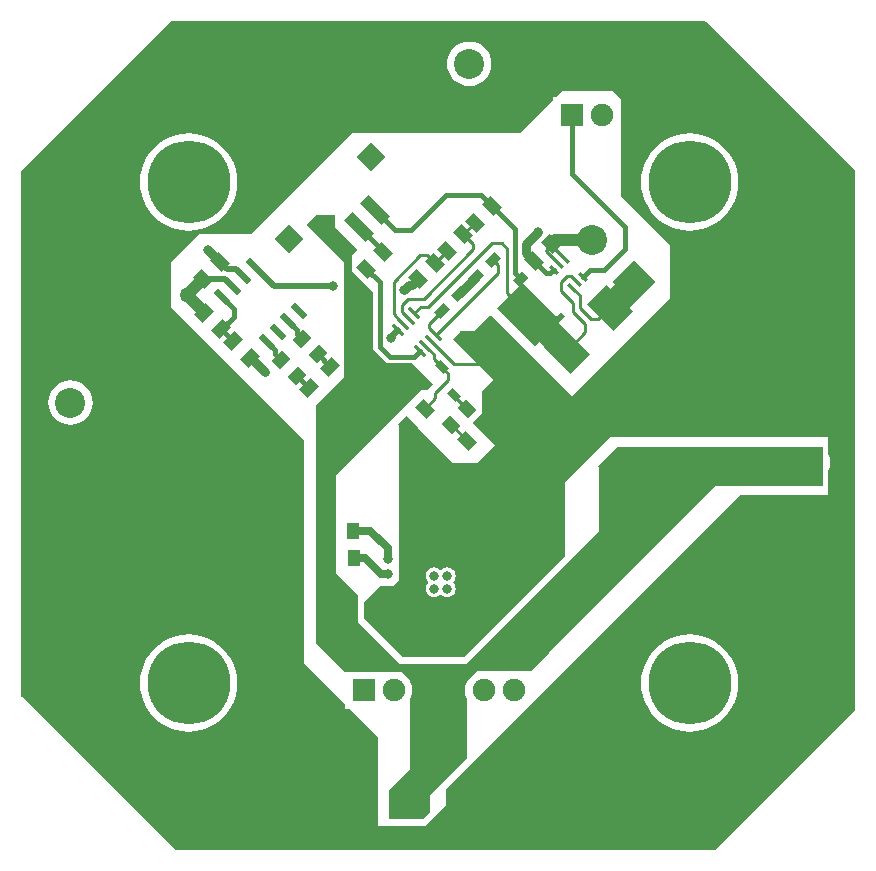
<source format=gtl>
G04*
G04 #@! TF.GenerationSoftware,Altium Limited,Altium Designer,18.1.6 (161)*
G04*
G04 Layer_Physical_Order=1*
G04 Layer_Color=255*
%FSLAX25Y25*%
%MOIN*%
G70*
G01*
G75*
%ADD13C,0.01000*%
G04:AMPARAMS|DCode=27|XSize=45.28mil|YSize=32.28mil|CornerRadius=0mil|HoleSize=0mil|Usage=FLASHONLY|Rotation=225.000|XOffset=0mil|YOffset=0mil|HoleType=Round|Shape=Rectangle|*
%AMROTATEDRECTD27*
4,1,4,0.00459,0.02742,0.02742,0.00459,-0.00459,-0.02742,-0.02742,-0.00459,0.00459,0.02742,0.0*
%
%ADD27ROTATEDRECTD27*%

G04:AMPARAMS|DCode=40|XSize=12.8mil|YSize=48.03mil|CornerRadius=0mil|HoleSize=0mil|Usage=FLASHONLY|Rotation=45.000|XOffset=0mil|YOffset=0mil|HoleType=Round|Shape=Rectangle|*
%AMROTATEDRECTD40*
4,1,4,0.01246,-0.02151,-0.02151,0.01246,-0.01246,0.02151,0.02151,-0.01246,0.01246,-0.02151,0.0*
%
%ADD40ROTATEDRECTD40*%

G04:AMPARAMS|DCode=41|XSize=11.81mil|YSize=33.47mil|CornerRadius=0mil|HoleSize=0mil|Usage=FLASHONLY|Rotation=45.000|XOffset=0mil|YOffset=0mil|HoleType=Round|Shape=Rectangle|*
%AMROTATEDRECTD41*
4,1,4,0.00766,-0.01601,-0.01601,0.00766,-0.00766,0.01601,0.01601,-0.00766,0.00766,-0.01601,0.0*
%
%ADD41ROTATEDRECTD41*%

G04:AMPARAMS|DCode=42|XSize=53.15mil|YSize=39.37mil|CornerRadius=0mil|HoleSize=0mil|Usage=FLASHONLY|Rotation=315.000|XOffset=0mil|YOffset=0mil|HoleType=Round|Shape=Rectangle|*
%AMROTATEDRECTD42*
4,1,4,-0.03271,0.00487,-0.00487,0.03271,0.03271,-0.00487,0.00487,-0.03271,-0.03271,0.00487,0.0*
%
%ADD42ROTATEDRECTD42*%

G04:AMPARAMS|DCode=43|XSize=100.39mil|YSize=39.37mil|CornerRadius=0mil|HoleSize=0mil|Usage=FLASHONLY|Rotation=315.000|XOffset=0mil|YOffset=0mil|HoleType=Round|Shape=Rectangle|*
%AMROTATEDRECTD43*
4,1,4,-0.04941,0.02158,-0.02158,0.04941,0.04941,-0.02158,0.02158,-0.04941,-0.04941,0.02158,0.0*
%
%ADD43ROTATEDRECTD43*%

%ADD44P,0.09465X4X360.0*%
%ADD45R,0.03937X0.05315*%
G04:AMPARAMS|DCode=46|XSize=23.62mil|YSize=39.37mil|CornerRadius=0mil|HoleSize=0mil|Usage=FLASHONLY|Rotation=45.000|XOffset=0mil|YOffset=0mil|HoleType=Round|Shape=Rectangle|*
%AMROTATEDRECTD46*
4,1,4,0.00557,-0.02227,-0.02227,0.00557,-0.00557,0.02227,0.02227,-0.00557,0.00557,-0.02227,0.0*
%
%ADD46ROTATEDRECTD46*%

G04:AMPARAMS|DCode=47|XSize=90.55mil|YSize=181.1mil|CornerRadius=0mil|HoleSize=0mil|Usage=FLASHONLY|Rotation=45.000|XOffset=0mil|YOffset=0mil|HoleType=Round|Shape=Rectangle|*
%AMROTATEDRECTD47*
4,1,4,0.03202,-0.09604,-0.09604,0.03202,-0.03202,0.09604,0.09604,-0.03202,0.03202,-0.09604,0.0*
%
%ADD47ROTATEDRECTD47*%

G04:AMPARAMS|DCode=48|XSize=91mil|YSize=126mil|CornerRadius=0mil|HoleSize=0mil|Usage=FLASHONLY|Rotation=225.000|XOffset=0mil|YOffset=0mil|HoleType=Round|Shape=Rectangle|*
%AMROTATEDRECTD48*
4,1,4,-0.01237,0.07672,0.07672,-0.01237,0.01237,-0.07672,-0.07672,0.01237,-0.01237,0.07672,0.0*
%
%ADD48ROTATEDRECTD48*%

G04:AMPARAMS|DCode=49|XSize=21.65mil|YSize=59.06mil|CornerRadius=0mil|HoleSize=0mil|Usage=FLASHONLY|Rotation=45.000|XOffset=0mil|YOffset=0mil|HoleType=Round|Shape=Rectangle|*
%AMROTATEDRECTD49*
4,1,4,0.01322,-0.02854,-0.02854,0.01322,-0.01322,0.02854,0.02854,-0.01322,0.01322,-0.02854,0.0*
%
%ADD49ROTATEDRECTD49*%

G04:AMPARAMS|DCode=50|XSize=47.24mil|YSize=39.37mil|CornerRadius=0mil|HoleSize=0mil|Usage=FLASHONLY|Rotation=45.000|XOffset=0mil|YOffset=0mil|HoleType=Round|Shape=Rectangle|*
%AMROTATEDRECTD50*
4,1,4,-0.00278,-0.03062,-0.03062,-0.00278,0.00278,0.03062,0.03062,0.00278,-0.00278,-0.03062,0.0*
%
%ADD50ROTATEDRECTD50*%

G04:AMPARAMS|DCode=51|XSize=53.15mil|YSize=39.37mil|CornerRadius=0mil|HoleSize=0mil|Usage=FLASHONLY|Rotation=45.000|XOffset=0mil|YOffset=0mil|HoleType=Round|Shape=Rectangle|*
%AMROTATEDRECTD51*
4,1,4,-0.00487,-0.03271,-0.03271,-0.00487,0.00487,0.03271,0.03271,0.00487,-0.00487,-0.03271,0.0*
%
%ADD51ROTATEDRECTD51*%

G04:AMPARAMS|DCode=52|XSize=47.24mil|YSize=39.37mil|CornerRadius=0mil|HoleSize=0mil|Usage=FLASHONLY|Rotation=135.000|XOffset=0mil|YOffset=0mil|HoleType=Round|Shape=Rectangle|*
%AMROTATEDRECTD52*
4,1,4,0.03062,-0.00278,0.00278,-0.03062,-0.03062,0.00278,-0.00278,0.03062,0.03062,-0.00278,0.0*
%
%ADD52ROTATEDRECTD52*%

%ADD53C,0.01500*%
%ADD54C,0.02000*%
%ADD55C,0.03000*%
%ADD56C,0.02500*%
%ADD57C,0.03500*%
%ADD58C,0.09000*%
%ADD59C,0.04000*%
%ADD60C,0.27559*%
%ADD61C,0.07500*%
%ADD62R,0.07500X0.07500*%
%ADD63C,0.10000*%
%ADD64P,0.14142X4X90.0*%
%ADD65R,0.10000X0.10000*%
%ADD66R,0.10000X0.10000*%
%ADD67C,0.03150*%
%ADD68C,0.05000*%
G36*
X312402Y257480D02*
X312402Y177362D01*
X312402Y177362D01*
X312598Y177281D01*
X312598Y77559D01*
X265748Y30709D01*
X86024D01*
X34646Y82087D01*
Y256693D01*
X34449Y256890D01*
X84646Y307087D01*
Y307283D01*
X262598D01*
X312402Y257480D01*
D02*
G37*
%LPC*%
G36*
X183878Y300270D02*
X182427Y300128D01*
X181032Y299704D01*
X179747Y299017D01*
X178620Y298093D01*
X177695Y296966D01*
X177008Y295680D01*
X176585Y294285D01*
X176442Y292835D01*
X176585Y291384D01*
X177008Y289989D01*
X177695Y288703D01*
X178620Y287577D01*
X179747Y286652D01*
X181032Y285965D01*
X182427Y285542D01*
X183878Y285399D01*
X185329Y285542D01*
X186723Y285965D01*
X188009Y286652D01*
X189136Y287577D01*
X190061Y288703D01*
X190748Y289989D01*
X191171Y291384D01*
X191314Y292835D01*
X191171Y294285D01*
X190748Y295680D01*
X190061Y296966D01*
X189136Y298093D01*
X188009Y299017D01*
X186723Y299704D01*
X185329Y300128D01*
X183878Y300270D01*
D02*
G37*
G36*
X90354Y269679D02*
X88238Y269540D01*
X86158Y269126D01*
X84149Y268445D01*
X82247Y267507D01*
X80484Y266328D01*
X78889Y264930D01*
X77491Y263335D01*
X76312Y261572D01*
X75374Y259669D01*
X74693Y257661D01*
X74279Y255581D01*
X74140Y253465D01*
X74279Y251348D01*
X74693Y249268D01*
X75374Y247260D01*
X76312Y245357D01*
X77491Y243594D01*
X78889Y241999D01*
X80484Y240601D01*
X82247Y239423D01*
X84149Y238485D01*
X86158Y237803D01*
X88238Y237389D01*
X90354Y237250D01*
X92471Y237389D01*
X94551Y237803D01*
X96559Y238485D01*
X98462Y239423D01*
X100225Y240601D01*
X101820Y241999D01*
X103218Y243594D01*
X104396Y245357D01*
X105334Y247260D01*
X106016Y249268D01*
X106430Y251348D01*
X106569Y253465D01*
X106430Y255581D01*
X106016Y257661D01*
X105334Y259669D01*
X104396Y261572D01*
X103218Y263335D01*
X101820Y264930D01*
X100225Y266328D01*
X98462Y267507D01*
X96559Y268445D01*
X94551Y269126D01*
X92471Y269540D01*
X90354Y269679D01*
D02*
G37*
G36*
X257402Y269679D02*
X255285Y269540D01*
X253205Y269126D01*
X251197Y268445D01*
X249294Y267507D01*
X247531Y266328D01*
X245936Y264930D01*
X244538Y263335D01*
X243360Y261572D01*
X242422Y259669D01*
X241740Y257661D01*
X241326Y255581D01*
X241187Y253465D01*
X241326Y251348D01*
X241740Y249268D01*
X242422Y247260D01*
X243360Y245357D01*
X244538Y243594D01*
X245936Y241999D01*
X247531Y240601D01*
X249294Y239423D01*
X251197Y238485D01*
X253205Y237803D01*
X255285Y237389D01*
X257402Y237250D01*
X259518Y237389D01*
X261598Y237803D01*
X263607Y238485D01*
X265509Y239423D01*
X267272Y240601D01*
X268867Y241999D01*
X270265Y243594D01*
X271444Y245357D01*
X272382Y247260D01*
X273063Y249268D01*
X273477Y251348D01*
X273616Y253465D01*
X273477Y255581D01*
X273063Y257661D01*
X272382Y259669D01*
X271444Y261572D01*
X270265Y263335D01*
X268867Y264930D01*
X267272Y266328D01*
X265509Y267507D01*
X263607Y268445D01*
X261598Y269126D01*
X259518Y269540D01*
X257402Y269679D01*
D02*
G37*
G36*
X231693Y283661D02*
X214764D01*
X213040Y281937D01*
X211960D01*
Y280858D01*
X200984Y269882D01*
X145051Y269882D01*
X111254Y236085D01*
X93959Y236085D01*
X84646Y226771D01*
X84645Y211811D01*
X128937Y167520D01*
X128937Y92913D01*
X142551Y79300D01*
Y77905D01*
X143945D01*
X153543Y68307D01*
Y38780D01*
X169291D01*
X176181Y45669D01*
X176181Y51181D01*
X274213Y149213D01*
X303543Y149213D01*
X303543Y156912D01*
X303641Y157095D01*
X304065Y158490D01*
X304207Y159941D01*
X304065Y161392D01*
X303641Y162786D01*
X303543Y162970D01*
X303543Y168504D01*
X303608Y168568D01*
X231258Y168568D01*
X231257Y168320D01*
X215914Y153381D01*
X215914Y128709D01*
X182480Y95276D01*
X161496Y95276D01*
X148701Y108071D01*
Y113465D01*
X154134Y118898D01*
X158858D01*
X160630Y120669D01*
X160433Y120866D01*
Y172835D01*
X162992Y175394D01*
X166535Y171850D01*
X178543Y159843D01*
X186614D01*
X192520Y165748D01*
X185236Y173031D01*
X187992Y175787D01*
X188189D01*
Y183778D01*
X191969Y187558D01*
X180862Y198666D01*
X180796Y198600D01*
X178429Y200966D01*
X180796Y203332D01*
Y203945D01*
X185584D01*
X190859Y209220D01*
X190887Y209248D01*
X203665Y196470D01*
X203638Y196442D01*
X218052Y182028D01*
X250787Y214764D01*
Y232480D01*
X234646Y248622D01*
X234646Y280709D01*
X231693Y283661D01*
D02*
G37*
G36*
X50984Y187377D02*
X49534Y187234D01*
X48139Y186811D01*
X46853Y186124D01*
X45726Y185199D01*
X44802Y184072D01*
X44115Y182787D01*
X43691Y181392D01*
X43549Y179941D01*
X43691Y178490D01*
X44115Y177095D01*
X44802Y175810D01*
X45726Y174683D01*
X46853Y173758D01*
X48139Y173071D01*
X49534Y172648D01*
X50984Y172505D01*
X52435Y172648D01*
X53830Y173071D01*
X55115Y173758D01*
X56242Y174683D01*
X57167Y175810D01*
X57854Y177095D01*
X58277Y178490D01*
X58420Y179941D01*
X58277Y181392D01*
X57854Y182787D01*
X57167Y184072D01*
X56242Y185199D01*
X55115Y186124D01*
X53830Y186811D01*
X52435Y187234D01*
X50984Y187377D01*
D02*
G37*
G36*
X176575Y125043D02*
X175850Y124948D01*
X175175Y124668D01*
X174596Y124223D01*
X174223D01*
X173644Y124668D01*
X172968Y124948D01*
X172244Y125043D01*
X171520Y124948D01*
X170845Y124668D01*
X170265Y124223D01*
X169820Y123644D01*
X169541Y122968D01*
X169445Y122244D01*
X169541Y121520D01*
X169820Y120845D01*
X170265Y120265D01*
Y119892D01*
X169820Y119313D01*
X169541Y118638D01*
X169445Y117913D01*
X169541Y117189D01*
X169820Y116514D01*
X170265Y115934D01*
X170845Y115490D01*
X171520Y115210D01*
X172244Y115115D01*
X172968Y115210D01*
X173644Y115490D01*
X174061Y115810D01*
X174409Y115891D01*
X174758Y115810D01*
X175175Y115490D01*
X175850Y115210D01*
X176575Y115115D01*
X177299Y115210D01*
X177974Y115490D01*
X178554Y115934D01*
X178999Y116514D01*
X179278Y117189D01*
X179374Y117913D01*
X179278Y118638D01*
X178999Y119313D01*
X178554Y119892D01*
Y120265D01*
X178999Y120845D01*
X179278Y121520D01*
X179374Y122244D01*
X179278Y122968D01*
X178999Y123644D01*
X178554Y124223D01*
X177974Y124668D01*
X177299Y124948D01*
X176575Y125043D01*
D02*
G37*
G36*
X257402Y102632D02*
X255285Y102493D01*
X253205Y102079D01*
X251197Y101397D01*
X249294Y100459D01*
X247531Y99281D01*
X245936Y97882D01*
X244538Y96288D01*
X243360Y94524D01*
X242422Y92622D01*
X241740Y90614D01*
X241326Y88534D01*
X241187Y86417D01*
X241326Y84301D01*
X241740Y82221D01*
X242422Y80212D01*
X243360Y78310D01*
X244538Y76547D01*
X245936Y74952D01*
X247531Y73554D01*
X249294Y72375D01*
X251197Y71437D01*
X253205Y70756D01*
X255285Y70342D01*
X257402Y70203D01*
X259518Y70342D01*
X261598Y70756D01*
X263607Y71437D01*
X265509Y72375D01*
X267272Y73554D01*
X268867Y74952D01*
X270265Y76547D01*
X271444Y78310D01*
X272382Y80212D01*
X273063Y82221D01*
X273477Y84301D01*
X273616Y86417D01*
X273477Y88534D01*
X273063Y90614D01*
X272382Y92622D01*
X271444Y94524D01*
X270265Y96288D01*
X268867Y97882D01*
X267272Y99281D01*
X265509Y100459D01*
X263607Y101397D01*
X261598Y102079D01*
X259518Y102493D01*
X257402Y102632D01*
D02*
G37*
G36*
X90354D02*
X88238Y102493D01*
X86158Y102079D01*
X84149Y101397D01*
X82247Y100459D01*
X80484Y99281D01*
X78889Y97882D01*
X77491Y96288D01*
X76312Y94524D01*
X75374Y92622D01*
X74693Y90614D01*
X74279Y88534D01*
X74140Y86417D01*
X74279Y84301D01*
X74693Y82221D01*
X75374Y80212D01*
X76312Y78310D01*
X77491Y76547D01*
X78889Y74952D01*
X80484Y73554D01*
X82247Y72375D01*
X84149Y71437D01*
X86158Y70756D01*
X88238Y70342D01*
X90354Y70203D01*
X92471Y70342D01*
X94551Y70756D01*
X96559Y71437D01*
X98462Y72375D01*
X100225Y73554D01*
X101820Y74952D01*
X103218Y76547D01*
X104396Y78310D01*
X105334Y80212D01*
X106016Y82221D01*
X106430Y84301D01*
X106569Y86417D01*
X106430Y88534D01*
X106016Y90614D01*
X105334Y92622D01*
X104396Y94524D01*
X103218Y96288D01*
X101820Y97882D01*
X100225Y99281D01*
X98462Y100459D01*
X96559Y101397D01*
X94551Y102079D01*
X92471Y102493D01*
X90354Y102632D01*
D02*
G37*
%LPD*%
G36*
X203763Y221567D02*
X201883Y219688D01*
X212991Y208580D01*
X214522Y210111D01*
X215914Y208719D01*
X205892Y198697D01*
X193114Y211475D01*
X200491Y218852D01*
X198417Y220954D01*
X201396Y223933D01*
X203763Y221567D01*
D02*
G37*
G36*
X139173Y238209D02*
X146457Y230925D01*
X144685Y229154D01*
Y223819D01*
X151772Y216732D01*
Y197638D01*
X156299Y193110D01*
X164862D01*
X170973Y187000D01*
Y186901D01*
X171822Y186052D01*
X170123Y184252D01*
X168110D01*
X139567Y155709D01*
X139567Y123228D01*
X146850Y115945D01*
X146850Y106693D01*
X160827Y92716D01*
X182677D01*
X227165Y137205D01*
Y158661D01*
X233071Y164961D01*
X301772Y164961D01*
Y151969D01*
X265945Y151969D01*
X210433Y96457D01*
X204527Y90551D01*
X186614D01*
X185213Y89150D01*
X184331Y88426D01*
X183607Y87545D01*
X183268Y87205D01*
Y86938D01*
X182992Y86421D01*
X182640Y85262D01*
X182521Y84056D01*
X182640Y82851D01*
X182992Y81691D01*
X183268Y81175D01*
X183268Y61417D01*
X170669Y48819D01*
Y43307D01*
X168504Y41142D01*
X157087D01*
Y50787D01*
X164173Y57874D01*
Y81247D01*
X164410Y81690D01*
X164762Y82850D01*
X164881Y84055D01*
X164762Y85261D01*
X164410Y86420D01*
X164173Y86863D01*
Y87402D01*
X161614Y89961D01*
X160419D01*
X159906Y90116D01*
X158701Y90235D01*
X157495Y90116D01*
X156983Y89961D01*
X154851D01*
Y90205D01*
X142551D01*
Y90205D01*
X142116Y90364D01*
X132677Y99803D01*
Y142323D01*
Y178740D01*
X142323Y188386D01*
X142323Y226772D01*
X129974Y239120D01*
X129974Y239620D01*
X132874Y242520D01*
X139173Y242520D01*
X139173Y238209D01*
D02*
G37*
D13*
X187273Y192717D02*
X192738Y198182D01*
X178975Y192717D02*
X187273D01*
X171087Y200604D02*
X178975Y192717D01*
X157677Y201575D02*
Y201782D01*
X169971Y229134D02*
X172502Y226603D01*
X167520Y229134D02*
X169971D01*
X158661Y220276D02*
X167520Y229134D01*
X158661Y209411D02*
Y220276D01*
Y209411D02*
X161984Y206089D01*
X181951Y236085D02*
X185236Y232799D01*
Y231102D02*
Y232799D01*
X168701Y214567D02*
X185236Y231102D01*
X163583Y214567D02*
X168701D01*
X161417Y212402D02*
X163583Y214567D01*
X161417Y210274D02*
Y212402D01*
Y210274D02*
X163793Y207898D01*
X170079Y211811D02*
X191339Y233071D01*
X167706Y211811D02*
X170079D01*
X165603Y209708D02*
X167706Y211811D01*
X196653Y216427D02*
Y231102D01*
X194685Y233071D02*
X196653Y231102D01*
X191339Y233071D02*
X194685D01*
X196653Y216427D02*
X203651Y209429D01*
X204351D01*
X95051Y221232D02*
X95248D01*
X100759Y226800D02*
X100815D01*
X95641Y209871D02*
Y210067D01*
X169123Y177784D02*
X172638Y181299D01*
Y183268D01*
X176969Y187598D01*
Y189541D01*
X174698Y191812D02*
X176969Y189541D01*
X170473Y206093D02*
X174894Y210515D01*
X170473Y204838D02*
Y206093D01*
Y204838D02*
X172897Y202414D01*
X191848Y227468D02*
X193643Y225673D01*
Y223160D02*
Y225673D01*
X172897Y202414D02*
X193643Y223160D01*
X155146Y230146D02*
Y230484D01*
X172502Y226603D02*
X176383Y230484D01*
X181951Y236085D02*
X185799Y239933D01*
X172047Y194463D02*
X174698Y191812D01*
X172047Y194463D02*
Y196025D01*
X169278Y198795D02*
X172047Y196025D01*
X178734Y182238D02*
Y182486D01*
Y182238D02*
X183242Y177730D01*
X177953Y172441D02*
X183043Y167351D01*
Y167098D02*
Y167351D01*
X105118Y200394D02*
X105118D01*
X217913Y222047D02*
X219991Y219969D01*
X216339Y222047D02*
X217913D01*
X214522Y220231D02*
X216339Y222047D01*
X214522Y217126D02*
Y220231D01*
Y217126D02*
X218504Y213144D01*
Y210236D02*
Y213144D01*
Y210236D02*
X222638Y206102D01*
Y203346D02*
Y206102D01*
X216535Y197244D02*
X222638Y203346D01*
X218182Y218160D02*
X220669Y215672D01*
Y211614D02*
Y215672D01*
Y211614D02*
X224606Y207677D01*
X226969D01*
X230678Y211386D01*
X209449Y230925D02*
X211052Y232528D01*
X209449Y230512D02*
Y230925D01*
Y230512D02*
X213867Y226094D01*
X211052Y232528D02*
X215676Y227903D01*
X238945Y219654D02*
Y220110D01*
D27*
X180545Y216166D02*
D03*
X186196Y221817D02*
D03*
X174894Y210515D02*
D03*
X191848Y227468D02*
D03*
X203651Y209429D02*
D03*
X192738Y198182D02*
D03*
D40*
X165603Y209708D02*
D03*
X163793Y207898D02*
D03*
X161984Y206089D02*
D03*
X160174Y204279D02*
D03*
X172897Y202414D02*
D03*
X171087Y200604D02*
D03*
X169278Y198795D02*
D03*
X167468Y196985D02*
D03*
D41*
X215676Y227903D02*
D03*
X213867Y226094D02*
D03*
X212057Y224284D02*
D03*
X218182Y218160D02*
D03*
X219991Y219969D02*
D03*
X221801Y221779D02*
D03*
D42*
X155146Y230146D02*
D03*
X149578Y224578D02*
D03*
X191367Y245500D02*
D03*
X185799Y239933D02*
D03*
X181951Y236052D02*
D03*
X176383Y230484D02*
D03*
X172469Y226603D02*
D03*
X166901Y221035D02*
D03*
X211052Y232705D02*
D03*
X205484Y227137D02*
D03*
X100815Y226800D02*
D03*
X95248Y221232D02*
D03*
X188611Y172666D02*
D03*
X183043Y167098D02*
D03*
X163555Y172216D02*
D03*
X169123Y177784D02*
D03*
D43*
X141480Y233015D02*
D03*
X152615Y244150D02*
D03*
X147047Y238583D02*
D03*
D44*
X123732Y234616D02*
D03*
X151014Y261898D02*
D03*
D45*
X137598Y128150D02*
D03*
X145473D02*
D03*
X137402Y137008D02*
D03*
X145276D02*
D03*
D46*
X174698Y191812D02*
D03*
X169408Y186523D02*
D03*
X178734Y182486D02*
D03*
D47*
X215545Y176188D02*
D03*
X236424Y155308D02*
D03*
D48*
X216535Y197244D02*
D03*
X230678Y211386D02*
D03*
D49*
X112157Y225615D02*
D03*
X108621Y222079D02*
D03*
X105086Y218544D02*
D03*
X101550Y215008D02*
D03*
X127190Y210582D02*
D03*
X123654Y207047D02*
D03*
X120119Y203511D02*
D03*
X116583Y199976D02*
D03*
D50*
X121174Y194180D02*
D03*
X126464Y188891D02*
D03*
X128261Y201267D02*
D03*
X133550Y195977D02*
D03*
D51*
X136052Y179303D02*
D03*
X130484Y184871D02*
D03*
X110686Y194826D02*
D03*
X105118Y200394D02*
D03*
X143138Y186389D02*
D03*
X137571Y191957D02*
D03*
X101209Y204303D02*
D03*
X95641Y209871D02*
D03*
D52*
X177953Y172441D02*
D03*
X183242Y177730D02*
D03*
D53*
X205343Y227137D02*
X209449Y223031D01*
X149578Y224578D02*
X154134Y220023D01*
Y198425D02*
Y220023D01*
Y198425D02*
X157480Y195079D01*
X165561D01*
X167468Y196985D01*
X187851Y249213D02*
X199213Y237851D01*
X176181Y249213D02*
X187851D01*
X164567Y237598D02*
X176181Y249213D01*
X199213Y223200D02*
X201181Y221232D01*
X199213Y223200D02*
Y237851D01*
X209449Y223031D02*
X210805D01*
X212057Y224284D01*
X159167Y237598D02*
X164567D01*
X152615Y244150D02*
X159167Y237598D01*
X147047Y238583D02*
X155146Y230484D01*
X101209Y204303D02*
X105512Y208606D01*
Y211047D01*
X101550Y215008D02*
X105512Y211047D01*
X101209Y204303D02*
X105118Y200394D01*
X126464Y188891D02*
X130484Y184871D01*
X133550Y195977D02*
X137571Y191957D01*
X126575Y202953D02*
X128261Y201267D01*
X126575Y202953D02*
Y204126D01*
X123654Y207047D02*
X126575Y204126D01*
X119095Y196260D02*
X121174Y194180D01*
X119095Y196260D02*
Y197464D01*
X116583Y199976D02*
X119095Y197464D01*
X218110Y256212D02*
Y275787D01*
Y256212D02*
X235827Y238495D01*
Y231102D02*
Y238495D01*
X228915Y224190D02*
X235827Y231102D01*
X224213Y224190D02*
X228915D01*
X221801Y221779D02*
X224213Y224190D01*
D54*
X118874Y218898D02*
X138583D01*
X112157Y225615D02*
X118874Y218898D01*
X157677Y201782D02*
X160174Y204279D01*
X95248Y221232D02*
X102398D01*
X105086Y218544D01*
X106095Y224606D02*
X108621Y222079D01*
X103009Y224606D02*
X106095D01*
X100815Y226800D02*
X103009Y224606D01*
D55*
X164961Y219094D02*
X166901Y221035D01*
X163779Y219094D02*
X164961D01*
X162205Y217520D02*
X163779Y219094D01*
X110686Y195023D02*
X115748Y189961D01*
X110686Y194826D02*
Y195023D01*
X202823Y232744D02*
X206890Y236811D01*
X202823Y229798D02*
Y232744D01*
Y229798D02*
X205484Y227137D01*
X96850Y230709D02*
X100759Y226800D01*
X180545Y216166D02*
X186196Y221817D01*
D56*
X154527Y122638D02*
X156693D01*
X149016Y128150D02*
X154527Y122638D01*
X145473Y128150D02*
X149016D01*
X145276Y137008D02*
X150984D01*
X156693Y131299D01*
Y127953D02*
Y131299D01*
D57*
X134843Y239567D02*
X141395Y233015D01*
X141480D01*
D58*
X230678Y211386D02*
X238945Y219654D01*
X204351Y209429D02*
X216535Y197244D01*
D59*
X89764Y215945D02*
X95051Y221232D01*
X89764Y215945D02*
X95641Y210067D01*
X212599Y234252D02*
X224803D01*
X211052Y232705D02*
X212599Y234252D01*
D60*
X257402Y253465D02*
D03*
X90354Y253465D02*
D03*
X257402Y86417D02*
D03*
X90354D02*
D03*
D61*
X228110Y275787D02*
D03*
X188701Y84056D02*
D03*
X178701Y84056D02*
D03*
X158701Y84055D02*
D03*
X168701D02*
D03*
X198701Y84057D02*
D03*
D62*
X218110Y275787D02*
D03*
X148701Y84055D02*
D03*
D63*
X224803Y234252D02*
D03*
X183878Y292835D02*
D03*
X50984Y179941D02*
D03*
X296772Y159941D02*
D03*
X163878Y47047D02*
D03*
D64*
X238945Y220110D02*
D03*
D65*
X163878Y292835D02*
D03*
X183878Y47047D02*
D03*
D66*
X50984Y159941D02*
D03*
X296772Y179941D02*
D03*
D67*
X172244Y117913D02*
D03*
X176575D02*
D03*
X172244Y122244D02*
D03*
X176575D02*
D03*
X138583Y218898D02*
D03*
X162205Y217520D02*
D03*
X115748Y189961D02*
D03*
X157677Y201575D02*
D03*
X96850Y230709D02*
D03*
X206890Y236811D02*
D03*
X144095Y102362D02*
D03*
Y106102D02*
D03*
X140157Y102362D02*
D03*
Y106102D02*
D03*
X208465Y102165D02*
D03*
Y105905D02*
D03*
X204528Y102165D02*
D03*
Y105905D02*
D03*
X156693Y127953D02*
D03*
Y122638D02*
D03*
D68*
X167520Y98425D02*
D03*
Y105315D02*
D03*
X174213Y98425D02*
D03*
Y105315D02*
D03*
X181102Y98425D02*
D03*
Y105315D02*
D03*
X134843Y239567D02*
D03*
X89764Y215945D02*
D03*
M02*

</source>
